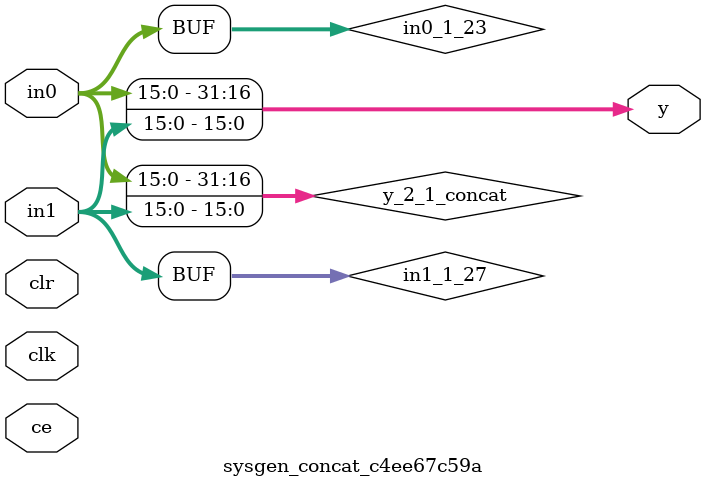
<source format=v>
module sysgen_concat_c4ee67c59a (
  input [(16 - 1):0] in0,
  input [(16 - 1):0] in1,
  output [(32 - 1):0] y,
  input clk,
  input ce,
  input clr);
  wire [(16 - 1):0] in0_1_23;
  wire [(16 - 1):0] in1_1_27;
  wire [(32 - 1):0] y_2_1_concat;
  assign in0_1_23 = in0;
  assign in1_1_27 = in1;
  assign y_2_1_concat = {in0_1_23, in1_1_27};
  assign y = y_2_1_concat;
endmodule
</source>
